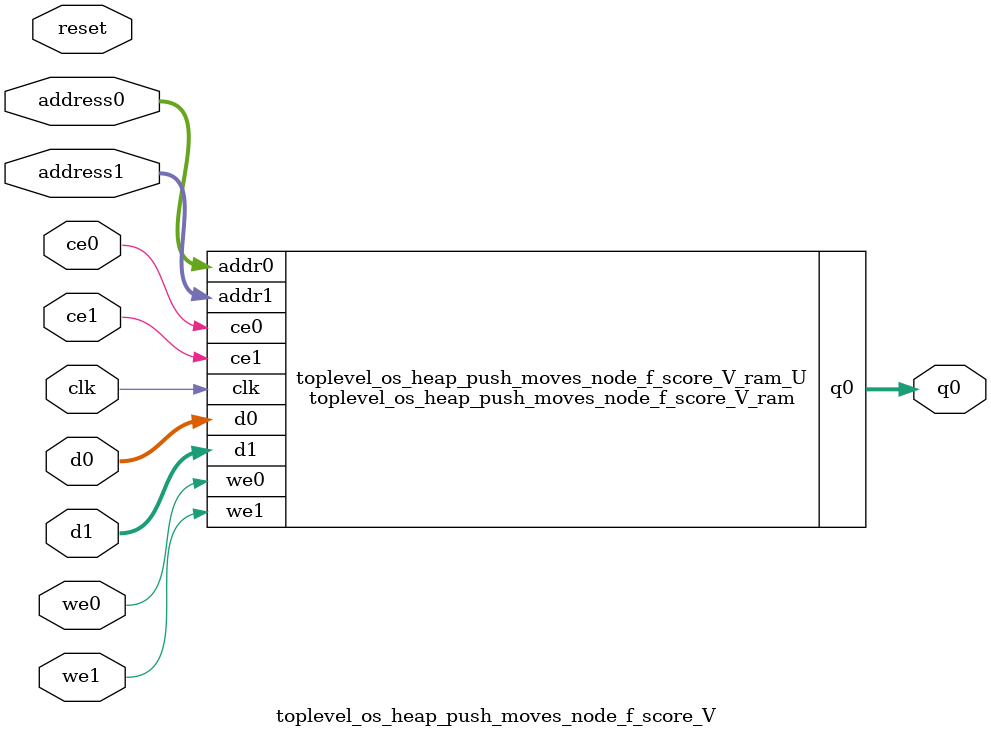
<source format=v>
`timescale 1 ns / 1 ps
module toplevel_os_heap_push_moves_node_f_score_V_ram (addr0, ce0, d0, we0, q0, addr1, ce1, d1, we1,  clk);

parameter DWIDTH = 11;
parameter AWIDTH = 4;
parameter MEM_SIZE = 16;

input[AWIDTH-1:0] addr0;
input ce0;
input[DWIDTH-1:0] d0;
input we0;
output reg[DWIDTH-1:0] q0;
input[AWIDTH-1:0] addr1;
input ce1;
input[DWIDTH-1:0] d1;
input we1;
input clk;

reg [DWIDTH-1:0] ram[0:MEM_SIZE-1];




always @(posedge clk)  
begin 
    if (ce0) begin
        if (we0) 
            ram[addr0] <= d0; 
        q0 <= ram[addr0];
    end
end


always @(posedge clk)  
begin 
    if (ce1) begin
        if (we1) 
            ram[addr1] <= d1; 
    end
end


endmodule

`timescale 1 ns / 1 ps
module toplevel_os_heap_push_moves_node_f_score_V(
    reset,
    clk,
    address0,
    ce0,
    we0,
    d0,
    q0,
    address1,
    ce1,
    we1,
    d1);

parameter DataWidth = 32'd11;
parameter AddressRange = 32'd16;
parameter AddressWidth = 32'd4;
input reset;
input clk;
input[AddressWidth - 1:0] address0;
input ce0;
input we0;
input[DataWidth - 1:0] d0;
output[DataWidth - 1:0] q0;
input[AddressWidth - 1:0] address1;
input ce1;
input we1;
input[DataWidth - 1:0] d1;



toplevel_os_heap_push_moves_node_f_score_V_ram toplevel_os_heap_push_moves_node_f_score_V_ram_U(
    .clk( clk ),
    .addr0( address0 ),
    .ce0( ce0 ),
    .we0( we0 ),
    .d0( d0 ),
    .q0( q0 ),
    .addr1( address1 ),
    .ce1( ce1 ),
    .we1( we1 ),
    .d1( d1 ));

endmodule


</source>
